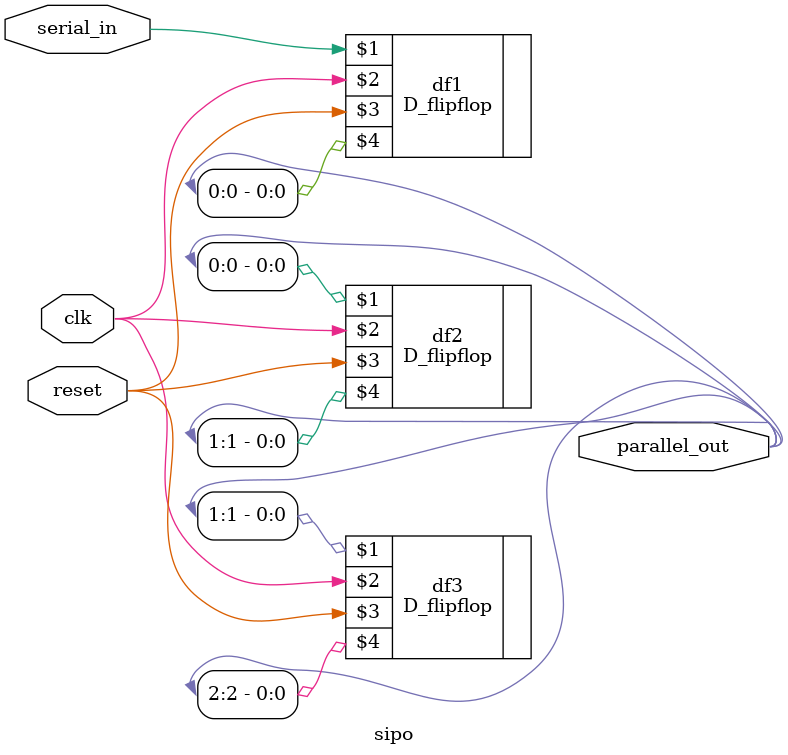
<source format=v>
module sipo(
input clk , reset, serial_in ,
output  [2:0] parallel_out
);

D_flipflop df1(serial_in, clk, reset,parallel_out[0]);
D_flipflop df2(parallel_out[0], clk, reset,parallel_out[1]);
D_flipflop df3(parallel_out[1], clk, reset,parallel_out[2]);




endmodule
</source>
